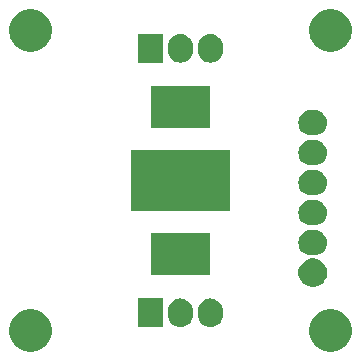
<source format=gbr>
G04 #@! TF.GenerationSoftware,KiCad,Pcbnew,(5.0.0)*
G04 #@! TF.CreationDate,2018-11-19T11:16:29+03:00*
G04 #@! TF.ProjectId,NeoP_6W,4E656F505F36572E6B696361645F7063,rev?*
G04 #@! TF.SameCoordinates,Original*
G04 #@! TF.FileFunction,Soldermask,Top*
G04 #@! TF.FilePolarity,Negative*
%FSLAX46Y46*%
G04 Gerber Fmt 4.6, Leading zero omitted, Abs format (unit mm)*
G04 Created by KiCad (PCBNEW (5.0.0)) date 11/19/18 11:16:29*
%MOMM*%
%LPD*%
G01*
G04 APERTURE LIST*
%ADD10C,0.100000*%
G04 APERTURE END LIST*
D10*
G36*
X125809122Y-98246115D02*
X125925041Y-98269173D01*
X126252620Y-98404861D01*
X126543511Y-98599228D01*
X126547436Y-98601851D01*
X126798149Y-98852564D01*
X126798151Y-98852567D01*
X126995139Y-99147380D01*
X127130827Y-99474959D01*
X127153885Y-99590878D01*
X127200000Y-99822714D01*
X127200000Y-100177286D01*
X127130827Y-100525040D01*
X126995140Y-100852618D01*
X126798149Y-101147436D01*
X126547436Y-101398149D01*
X126547433Y-101398151D01*
X126252620Y-101595139D01*
X125925041Y-101730827D01*
X125809122Y-101753885D01*
X125577286Y-101800000D01*
X125222714Y-101800000D01*
X124990878Y-101753885D01*
X124874959Y-101730827D01*
X124547380Y-101595139D01*
X124252567Y-101398151D01*
X124252564Y-101398149D01*
X124001851Y-101147436D01*
X123804860Y-100852618D01*
X123669173Y-100525040D01*
X123600000Y-100177286D01*
X123600000Y-99822714D01*
X123646115Y-99590878D01*
X123669173Y-99474959D01*
X123804861Y-99147380D01*
X124001849Y-98852567D01*
X124001851Y-98852564D01*
X124252564Y-98601851D01*
X124256489Y-98599228D01*
X124547380Y-98404861D01*
X124874959Y-98269173D01*
X124990878Y-98246115D01*
X125222714Y-98200000D01*
X125577286Y-98200000D01*
X125809122Y-98246115D01*
X125809122Y-98246115D01*
G37*
G36*
X100409122Y-98246115D02*
X100525041Y-98269173D01*
X100852620Y-98404861D01*
X101143511Y-98599228D01*
X101147436Y-98601851D01*
X101398149Y-98852564D01*
X101398151Y-98852567D01*
X101595139Y-99147380D01*
X101730827Y-99474959D01*
X101753885Y-99590878D01*
X101800000Y-99822714D01*
X101800000Y-100177286D01*
X101730827Y-100525040D01*
X101595140Y-100852618D01*
X101398149Y-101147436D01*
X101147436Y-101398149D01*
X101147433Y-101398151D01*
X100852620Y-101595139D01*
X100525041Y-101730827D01*
X100409122Y-101753885D01*
X100177286Y-101800000D01*
X99822714Y-101800000D01*
X99590878Y-101753885D01*
X99474959Y-101730827D01*
X99147380Y-101595139D01*
X98852567Y-101398151D01*
X98852564Y-101398149D01*
X98601851Y-101147436D01*
X98404860Y-100852618D01*
X98269173Y-100525040D01*
X98200000Y-100177286D01*
X98200000Y-99822714D01*
X98246115Y-99590878D01*
X98269173Y-99474959D01*
X98404861Y-99147380D01*
X98601849Y-98852567D01*
X98601851Y-98852564D01*
X98852564Y-98601851D01*
X98856489Y-98599228D01*
X99147380Y-98404861D01*
X99474959Y-98269173D01*
X99590878Y-98246115D01*
X99822714Y-98200000D01*
X100177286Y-98200000D01*
X100409122Y-98246115D01*
X100409122Y-98246115D01*
G37*
G36*
X112908502Y-97299389D02*
X113108990Y-97360207D01*
X113293759Y-97458967D01*
X113293762Y-97458969D01*
X113293763Y-97458970D01*
X113455718Y-97591882D01*
X113455719Y-97591884D01*
X113455721Y-97591885D01*
X113588631Y-97753836D01*
X113687393Y-97938609D01*
X113748211Y-98139097D01*
X113763600Y-98295349D01*
X113763600Y-98704650D01*
X113748211Y-98860902D01*
X113687393Y-99061390D01*
X113588633Y-99246159D01*
X113588631Y-99246162D01*
X113588630Y-99246163D01*
X113455718Y-99408118D01*
X113455716Y-99408119D01*
X113455715Y-99408121D01*
X113293764Y-99541031D01*
X113108991Y-99639793D01*
X112908503Y-99700611D01*
X112700000Y-99721146D01*
X112491498Y-99700611D01*
X112291010Y-99639793D01*
X112106237Y-99541031D01*
X111944283Y-99408118D01*
X111811372Y-99246165D01*
X111811370Y-99246163D01*
X111712607Y-99061391D01*
X111693289Y-98997708D01*
X111651789Y-98860903D01*
X111636400Y-98704651D01*
X111636400Y-98295350D01*
X111651789Y-98139098D01*
X111712607Y-97938610D01*
X111811367Y-97753841D01*
X111944280Y-97591885D01*
X111944282Y-97591882D01*
X111944284Y-97591881D01*
X111944285Y-97591879D01*
X112106236Y-97458969D01*
X112291009Y-97360207D01*
X112491497Y-97299389D01*
X112700000Y-97278854D01*
X112908502Y-97299389D01*
X112908502Y-97299389D01*
G37*
G36*
X115448502Y-97299389D02*
X115648990Y-97360207D01*
X115833759Y-97458967D01*
X115833762Y-97458969D01*
X115833763Y-97458970D01*
X115995718Y-97591882D01*
X115995719Y-97591884D01*
X115995721Y-97591885D01*
X116128631Y-97753836D01*
X116227393Y-97938609D01*
X116288211Y-98139097D01*
X116303600Y-98295349D01*
X116303600Y-98704650D01*
X116288211Y-98860902D01*
X116227393Y-99061390D01*
X116128633Y-99246159D01*
X116128631Y-99246162D01*
X116128630Y-99246163D01*
X115995718Y-99408118D01*
X115995716Y-99408119D01*
X115995715Y-99408121D01*
X115833764Y-99541031D01*
X115648991Y-99639793D01*
X115448503Y-99700611D01*
X115240000Y-99721146D01*
X115031498Y-99700611D01*
X114831010Y-99639793D01*
X114646237Y-99541031D01*
X114484283Y-99408118D01*
X114351372Y-99246165D01*
X114351370Y-99246163D01*
X114252607Y-99061391D01*
X114233289Y-98997708D01*
X114191789Y-98860903D01*
X114176400Y-98704651D01*
X114176400Y-98295350D01*
X114191789Y-98139098D01*
X114252607Y-97938610D01*
X114351367Y-97753841D01*
X114484280Y-97591885D01*
X114484282Y-97591882D01*
X114484284Y-97591881D01*
X114484285Y-97591879D01*
X114646236Y-97458969D01*
X114831009Y-97360207D01*
X115031497Y-97299389D01*
X115240000Y-97278854D01*
X115448502Y-97299389D01*
X115448502Y-97299389D01*
G37*
G36*
X111223600Y-99716000D02*
X109096400Y-99716000D01*
X109096400Y-97284000D01*
X111223600Y-97284000D01*
X111223600Y-99716000D01*
X111223600Y-99716000D01*
G37*
G36*
X124254692Y-93930729D02*
X124475993Y-94022395D01*
X124675158Y-94155473D01*
X124844527Y-94324842D01*
X124977605Y-94524007D01*
X125069271Y-94745308D01*
X125116000Y-94980233D01*
X125116000Y-95219767D01*
X125069271Y-95454692D01*
X124977605Y-95675993D01*
X124844527Y-95875158D01*
X124675158Y-96044527D01*
X124475993Y-96177605D01*
X124254692Y-96269271D01*
X124019767Y-96316000D01*
X123780233Y-96316000D01*
X123545308Y-96269271D01*
X123324007Y-96177605D01*
X123124842Y-96044527D01*
X122955473Y-95875158D01*
X122822395Y-95675993D01*
X122730729Y-95454692D01*
X122684000Y-95219767D01*
X122684000Y-94980233D01*
X122730729Y-94745308D01*
X122822395Y-94524007D01*
X122955473Y-94324842D01*
X123124842Y-94155473D01*
X123324007Y-94022395D01*
X123545308Y-93930729D01*
X123780233Y-93884000D01*
X124019767Y-93884000D01*
X124254692Y-93930729D01*
X124254692Y-93930729D01*
G37*
G36*
X115200000Y-95270000D02*
X110200000Y-95270000D01*
X110200000Y-91770000D01*
X115200000Y-91770000D01*
X115200000Y-95270000D01*
X115200000Y-95270000D01*
G37*
G36*
X124260903Y-91511789D02*
X124461391Y-91572607D01*
X124646164Y-91671369D01*
X124808118Y-91804282D01*
X124941031Y-91966236D01*
X125039793Y-92151009D01*
X125100611Y-92351497D01*
X125121146Y-92560000D01*
X125100611Y-92768503D01*
X125039793Y-92968991D01*
X124941031Y-93153764D01*
X124808118Y-93315718D01*
X124646164Y-93448631D01*
X124461391Y-93547393D01*
X124260903Y-93608211D01*
X124104651Y-93623600D01*
X123695349Y-93623600D01*
X123539097Y-93608211D01*
X123338609Y-93547393D01*
X123153836Y-93448631D01*
X122991882Y-93315718D01*
X122858969Y-93153764D01*
X122760207Y-92968991D01*
X122699389Y-92768503D01*
X122678854Y-92560000D01*
X122699389Y-92351497D01*
X122760207Y-92151009D01*
X122858969Y-91966236D01*
X122991882Y-91804282D01*
X123153836Y-91671369D01*
X123338609Y-91572607D01*
X123539097Y-91511789D01*
X123695349Y-91496400D01*
X124104651Y-91496400D01*
X124260903Y-91511789D01*
X124260903Y-91511789D01*
G37*
G36*
X124260903Y-88971789D02*
X124461391Y-89032607D01*
X124646164Y-89131369D01*
X124808118Y-89264282D01*
X124941031Y-89426236D01*
X125039793Y-89611009D01*
X125100611Y-89811497D01*
X125121146Y-90020000D01*
X125100611Y-90228503D01*
X125039793Y-90428991D01*
X124941031Y-90613764D01*
X124808118Y-90775718D01*
X124646164Y-90908631D01*
X124461391Y-91007393D01*
X124260903Y-91068211D01*
X124104651Y-91083600D01*
X123695349Y-91083600D01*
X123539097Y-91068211D01*
X123338609Y-91007393D01*
X123153836Y-90908631D01*
X122991882Y-90775718D01*
X122858969Y-90613764D01*
X122760207Y-90428991D01*
X122699389Y-90228503D01*
X122678854Y-90020000D01*
X122699389Y-89811497D01*
X122760207Y-89611009D01*
X122858969Y-89426236D01*
X122991882Y-89264282D01*
X123153836Y-89131369D01*
X123338609Y-89032607D01*
X123539097Y-88971789D01*
X123695349Y-88956400D01*
X124104651Y-88956400D01*
X124260903Y-88971789D01*
X124260903Y-88971789D01*
G37*
G36*
X116900000Y-89900000D02*
X108500000Y-89900000D01*
X108500000Y-84700000D01*
X116900000Y-84700000D01*
X116900000Y-89900000D01*
X116900000Y-89900000D01*
G37*
G36*
X124260903Y-86431789D02*
X124461391Y-86492607D01*
X124646164Y-86591369D01*
X124808118Y-86724282D01*
X124941031Y-86886236D01*
X125039793Y-87071009D01*
X125100611Y-87271497D01*
X125121146Y-87480000D01*
X125100611Y-87688503D01*
X125039793Y-87888991D01*
X124941031Y-88073764D01*
X124808118Y-88235718D01*
X124646164Y-88368631D01*
X124461391Y-88467393D01*
X124260903Y-88528211D01*
X124104651Y-88543600D01*
X123695349Y-88543600D01*
X123539097Y-88528211D01*
X123338609Y-88467393D01*
X123153836Y-88368631D01*
X122991882Y-88235718D01*
X122858969Y-88073764D01*
X122760207Y-87888991D01*
X122699389Y-87688503D01*
X122678854Y-87480000D01*
X122699389Y-87271497D01*
X122760207Y-87071009D01*
X122858969Y-86886236D01*
X122991882Y-86724282D01*
X123153836Y-86591369D01*
X123338609Y-86492607D01*
X123539097Y-86431789D01*
X123695349Y-86416400D01*
X124104651Y-86416400D01*
X124260903Y-86431789D01*
X124260903Y-86431789D01*
G37*
G36*
X124260903Y-83891789D02*
X124461391Y-83952607D01*
X124646164Y-84051369D01*
X124808118Y-84184282D01*
X124941031Y-84346236D01*
X125039793Y-84531009D01*
X125100611Y-84731497D01*
X125121146Y-84940000D01*
X125100611Y-85148503D01*
X125039793Y-85348991D01*
X124941031Y-85533764D01*
X124808118Y-85695718D01*
X124646164Y-85828631D01*
X124461391Y-85927393D01*
X124260903Y-85988211D01*
X124104651Y-86003600D01*
X123695349Y-86003600D01*
X123539097Y-85988211D01*
X123338609Y-85927393D01*
X123153836Y-85828631D01*
X122991882Y-85695718D01*
X122858969Y-85533764D01*
X122760207Y-85348991D01*
X122699389Y-85148503D01*
X122678854Y-84940000D01*
X122699389Y-84731497D01*
X122760207Y-84531009D01*
X122858969Y-84346236D01*
X122991882Y-84184282D01*
X123153836Y-84051369D01*
X123338609Y-83952607D01*
X123539097Y-83891789D01*
X123695349Y-83876400D01*
X124104651Y-83876400D01*
X124260903Y-83891789D01*
X124260903Y-83891789D01*
G37*
G36*
X124260903Y-81351789D02*
X124461391Y-81412607D01*
X124646164Y-81511369D01*
X124808118Y-81644282D01*
X124941031Y-81806236D01*
X125039793Y-81991009D01*
X125100611Y-82191497D01*
X125121146Y-82400000D01*
X125100611Y-82608503D01*
X125039793Y-82808991D01*
X124941031Y-82993764D01*
X124808118Y-83155718D01*
X124646164Y-83288631D01*
X124461391Y-83387393D01*
X124260903Y-83448211D01*
X124104651Y-83463600D01*
X123695349Y-83463600D01*
X123539097Y-83448211D01*
X123338609Y-83387393D01*
X123153836Y-83288631D01*
X122991882Y-83155718D01*
X122858969Y-82993764D01*
X122760207Y-82808991D01*
X122699389Y-82608503D01*
X122678854Y-82400000D01*
X122699389Y-82191497D01*
X122760207Y-81991009D01*
X122858969Y-81806236D01*
X122991882Y-81644282D01*
X123153836Y-81511369D01*
X123338609Y-81412607D01*
X123539097Y-81351789D01*
X123695349Y-81336400D01*
X124104651Y-81336400D01*
X124260903Y-81351789D01*
X124260903Y-81351789D01*
G37*
G36*
X115200000Y-82830000D02*
X110200000Y-82830000D01*
X110200000Y-79330000D01*
X115200000Y-79330000D01*
X115200000Y-82830000D01*
X115200000Y-82830000D01*
G37*
G36*
X112908502Y-74899389D02*
X113108990Y-74960207D01*
X113293759Y-75058967D01*
X113293762Y-75058969D01*
X113293763Y-75058970D01*
X113455718Y-75191882D01*
X113455719Y-75191884D01*
X113455721Y-75191885D01*
X113588631Y-75353836D01*
X113687393Y-75538609D01*
X113748211Y-75739097D01*
X113763600Y-75895349D01*
X113763600Y-76304650D01*
X113748211Y-76460902D01*
X113687393Y-76661390D01*
X113588633Y-76846159D01*
X113588631Y-76846162D01*
X113588630Y-76846163D01*
X113455718Y-77008118D01*
X113455716Y-77008119D01*
X113455715Y-77008121D01*
X113293764Y-77141031D01*
X113108991Y-77239793D01*
X112908503Y-77300611D01*
X112700000Y-77321146D01*
X112491498Y-77300611D01*
X112291010Y-77239793D01*
X112106237Y-77141031D01*
X111944283Y-77008118D01*
X111811372Y-76846165D01*
X111811370Y-76846163D01*
X111712607Y-76661391D01*
X111693289Y-76597708D01*
X111651789Y-76460903D01*
X111636400Y-76304651D01*
X111636400Y-75895350D01*
X111651789Y-75739098D01*
X111712607Y-75538610D01*
X111811367Y-75353841D01*
X111944280Y-75191885D01*
X111944282Y-75191882D01*
X111944284Y-75191881D01*
X111944285Y-75191879D01*
X112106236Y-75058969D01*
X112291009Y-74960207D01*
X112491497Y-74899389D01*
X112700000Y-74878854D01*
X112908502Y-74899389D01*
X112908502Y-74899389D01*
G37*
G36*
X115448502Y-74899389D02*
X115648990Y-74960207D01*
X115833759Y-75058967D01*
X115833762Y-75058969D01*
X115833763Y-75058970D01*
X115995718Y-75191882D01*
X115995719Y-75191884D01*
X115995721Y-75191885D01*
X116128631Y-75353836D01*
X116227393Y-75538609D01*
X116288211Y-75739097D01*
X116303600Y-75895349D01*
X116303600Y-76304650D01*
X116288211Y-76460902D01*
X116227393Y-76661390D01*
X116128633Y-76846159D01*
X116128631Y-76846162D01*
X116128630Y-76846163D01*
X115995718Y-77008118D01*
X115995716Y-77008119D01*
X115995715Y-77008121D01*
X115833764Y-77141031D01*
X115648991Y-77239793D01*
X115448503Y-77300611D01*
X115240000Y-77321146D01*
X115031498Y-77300611D01*
X114831010Y-77239793D01*
X114646237Y-77141031D01*
X114484283Y-77008118D01*
X114351372Y-76846165D01*
X114351370Y-76846163D01*
X114252607Y-76661391D01*
X114233289Y-76597708D01*
X114191789Y-76460903D01*
X114176400Y-76304651D01*
X114176400Y-75895350D01*
X114191789Y-75739098D01*
X114252607Y-75538610D01*
X114351367Y-75353841D01*
X114484280Y-75191885D01*
X114484282Y-75191882D01*
X114484284Y-75191881D01*
X114484285Y-75191879D01*
X114646236Y-75058969D01*
X114831009Y-74960207D01*
X115031497Y-74899389D01*
X115240000Y-74878854D01*
X115448502Y-74899389D01*
X115448502Y-74899389D01*
G37*
G36*
X111223600Y-77316000D02*
X109096400Y-77316000D01*
X109096400Y-74884000D01*
X111223600Y-74884000D01*
X111223600Y-77316000D01*
X111223600Y-77316000D01*
G37*
G36*
X125809122Y-72846115D02*
X125925041Y-72869173D01*
X126252620Y-73004861D01*
X126543511Y-73199228D01*
X126547436Y-73201851D01*
X126798149Y-73452564D01*
X126995140Y-73747382D01*
X127130827Y-74074960D01*
X127200000Y-74422714D01*
X127200000Y-74777286D01*
X127153885Y-75009122D01*
X127130827Y-75125041D01*
X127103140Y-75191882D01*
X126995140Y-75452618D01*
X126798149Y-75747436D01*
X126547436Y-75998149D01*
X126547433Y-75998151D01*
X126252620Y-76195139D01*
X125925041Y-76330827D01*
X125809122Y-76353885D01*
X125577286Y-76400000D01*
X125222714Y-76400000D01*
X124990878Y-76353885D01*
X124874959Y-76330827D01*
X124547380Y-76195139D01*
X124252567Y-75998151D01*
X124252564Y-75998149D01*
X124001851Y-75747436D01*
X123804860Y-75452618D01*
X123696860Y-75191882D01*
X123669173Y-75125041D01*
X123646115Y-75009122D01*
X123600000Y-74777286D01*
X123600000Y-74422714D01*
X123669173Y-74074960D01*
X123804860Y-73747382D01*
X124001851Y-73452564D01*
X124252564Y-73201851D01*
X124256489Y-73199228D01*
X124547380Y-73004861D01*
X124874959Y-72869173D01*
X124990878Y-72846115D01*
X125222714Y-72800000D01*
X125577286Y-72800000D01*
X125809122Y-72846115D01*
X125809122Y-72846115D01*
G37*
G36*
X100409122Y-72846115D02*
X100525041Y-72869173D01*
X100852620Y-73004861D01*
X101143511Y-73199228D01*
X101147436Y-73201851D01*
X101398149Y-73452564D01*
X101595140Y-73747382D01*
X101730827Y-74074960D01*
X101800000Y-74422714D01*
X101800000Y-74777286D01*
X101753885Y-75009122D01*
X101730827Y-75125041D01*
X101703140Y-75191882D01*
X101595140Y-75452618D01*
X101398149Y-75747436D01*
X101147436Y-75998149D01*
X101147433Y-75998151D01*
X100852620Y-76195139D01*
X100525041Y-76330827D01*
X100409122Y-76353885D01*
X100177286Y-76400000D01*
X99822714Y-76400000D01*
X99590878Y-76353885D01*
X99474959Y-76330827D01*
X99147380Y-76195139D01*
X98852567Y-75998151D01*
X98852564Y-75998149D01*
X98601851Y-75747436D01*
X98404860Y-75452618D01*
X98296860Y-75191882D01*
X98269173Y-75125041D01*
X98246115Y-75009122D01*
X98200000Y-74777286D01*
X98200000Y-74422714D01*
X98269173Y-74074960D01*
X98404860Y-73747382D01*
X98601851Y-73452564D01*
X98852564Y-73201851D01*
X98856489Y-73199228D01*
X99147380Y-73004861D01*
X99474959Y-72869173D01*
X99590878Y-72846115D01*
X99822714Y-72800000D01*
X100177286Y-72800000D01*
X100409122Y-72846115D01*
X100409122Y-72846115D01*
G37*
M02*

</source>
